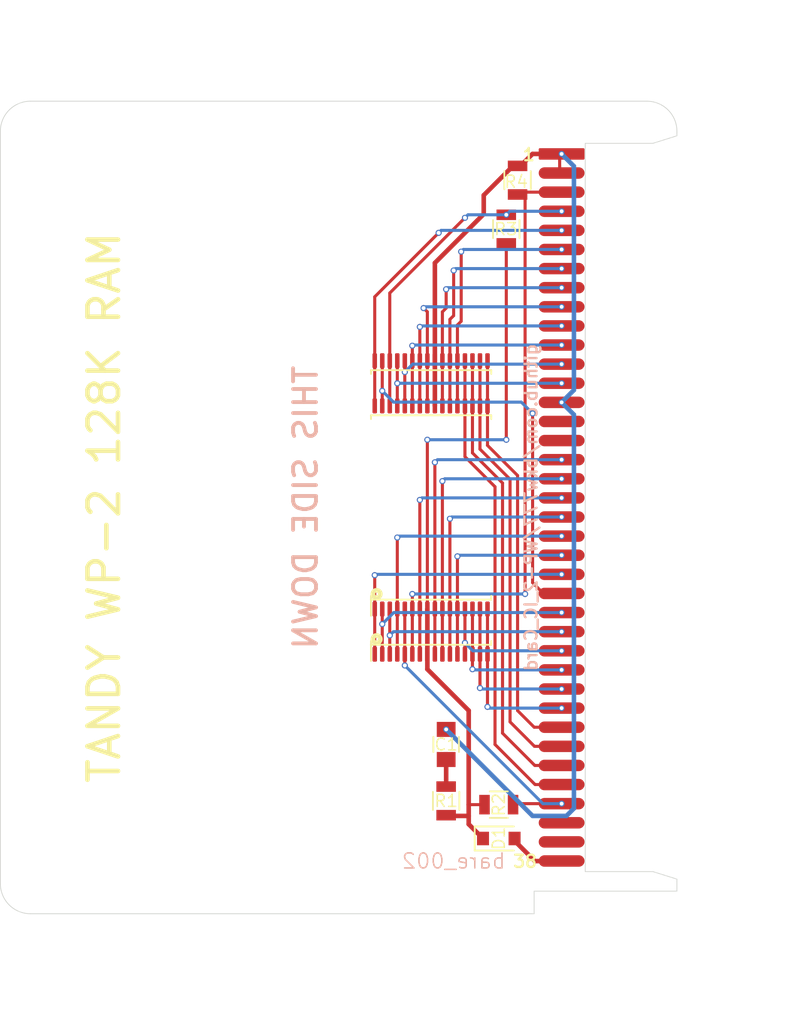
<source format=kicad_pcb>
(kicad_pcb (version 20171130) (host pcbnew 5.1.6-c6e7f7d~87~ubuntu20.04.1)

  (general
    (thickness 1.6)
    (drawings 38)
    (tracks 218)
    (zones 0)
    (modules 10)
    (nets 36)
  )

  (page USLetter)
  (title_block
    (title "WP-2 128K RAM IC-Card")
    (date 2020-09-26)
    (company "Brian K. White - b.kenyon.w@gmail.com")
  )

  (layers
    (0 F.Cu signal)
    (31 B.Cu signal)
    (33 F.Adhes user)
    (35 F.Paste user)
    (36 B.SilkS user)
    (37 F.SilkS user)
    (38 B.Mask user)
    (39 F.Mask user)
    (40 Dwgs.User user)
    (41 Cmts.User user hide)
    (42 Eco1.User user hide)
    (43 Eco2.User user hide)
    (44 Edge.Cuts user)
    (45 Margin user hide)
    (46 B.CrtYd user hide)
    (47 F.CrtYd user hide)
    (49 F.Fab user hide)
  )

  (setup
    (last_trace_width 0.2032)
    (user_trace_width 0.1524)
    (user_trace_width 0.1778)
    (user_trace_width 0.2032)
    (user_trace_width 0.3048)
    (user_trace_width 0.508)
    (trace_clearance 0.1524)
    (zone_clearance 0.508)
    (zone_45_only no)
    (trace_min 0.1524)
    (via_size 0.4064)
    (via_drill 0.254)
    (via_min_size 0.4064)
    (via_min_drill 0.254)
    (uvia_size 0.4064)
    (uvia_drill 0.254)
    (uvias_allowed no)
    (uvia_min_size 0.4064)
    (uvia_min_drill 0.254)
    (edge_width 0.05)
    (segment_width 0.2)
    (pcb_text_width 0.3)
    (pcb_text_size 1.5 1.5)
    (mod_edge_width 0.12)
    (mod_text_size 1 1)
    (mod_text_width 0.15)
    (pad_size 0.3 1)
    (pad_drill 0)
    (pad_to_mask_clearance 0)
    (aux_axis_origin 0 0)
    (grid_origin 158.75 99.695)
    (visible_elements FFFFFF7F)
    (pcbplotparams
      (layerselection 0x010f0_ffffffff)
      (usegerberextensions false)
      (usegerberattributes true)
      (usegerberadvancedattributes true)
      (creategerberjobfile true)
      (excludeedgelayer true)
      (linewidth 0.100000)
      (plotframeref false)
      (viasonmask false)
      (mode 1)
      (useauxorigin false)
      (hpglpennumber 1)
      (hpglpenspeed 20)
      (hpglpendiameter 15.000000)
      (psnegative false)
      (psa4output false)
      (plotreference true)
      (plotvalue true)
      (plotinvisibletext false)
      (padsonsilk false)
      (subtractmaskfromsilk false)
      (outputformat 1)
      (mirror false)
      (drillshape 0)
      (scaleselection 1)
      (outputdirectory "GERBER"))
  )

  (net 0 "")
  (net 1 GND)
  (net 2 /CE2)
  (net 3 /~CE1)
  (net 4 /~OE)
  (net 5 /D0)
  (net 6 /D1)
  (net 7 /D2)
  (net 8 /D3)
  (net 9 /D4)
  (net 10 /D5)
  (net 11 /D6)
  (net 12 /D7)
  (net 13 /A16)
  (net 14 /A15)
  (net 15 /A14)
  (net 16 /A13)
  (net 17 /A12)
  (net 18 /A11)
  (net 19 /A10)
  (net 20 /A9)
  (net 21 /A8)
  (net 22 /A7)
  (net 23 /A6)
  (net 24 /A5)
  (net 25 /A4)
  (net 26 /A3)
  (net 27 /A2)
  (net 28 /A1)
  (net 29 /A0)
  (net 30 /R~W)
  (net 31 VDD)
  (net 32 /~DET)
  (net 33 "Net-(C1-Pad1)")
  (net 34 VMEM)
  (net 35 /A17)

  (net_class Default "This is the default net class."
    (clearance 0.1524)
    (trace_width 0.254)
    (via_dia 0.4064)
    (via_drill 0.254)
    (uvia_dia 0.4064)
    (uvia_drill 0.254)
    (diff_pair_width 0.1524)
    (diff_pair_gap 0.2032)
    (add_net /A0)
    (add_net /A1)
    (add_net /A10)
    (add_net /A11)
    (add_net /A12)
    (add_net /A13)
    (add_net /A14)
    (add_net /A15)
    (add_net /A16)
    (add_net /A17)
    (add_net /A2)
    (add_net /A3)
    (add_net /A4)
    (add_net /A5)
    (add_net /A6)
    (add_net /A7)
    (add_net /A8)
    (add_net /A9)
    (add_net /BCHK)
    (add_net /CE2)
    (add_net /D0)
    (add_net /D1)
    (add_net /D2)
    (add_net /D3)
    (add_net /D4)
    (add_net /D5)
    (add_net /D6)
    (add_net /D7)
    (add_net /R~W)
    (add_net /~CE1)
    (add_net /~DET)
    (add_net /~OE)
    (add_net GND)
    (add_net "Net-(C1-Pad1)")
    (add_net "Net-(J1-Pad15)")
    (add_net "Net-(J1-Pad16)")
    (add_net "Net-(J1-Pad36)")
    (add_net VDD)
    (add_net VMEM)
  )

  (module Resistors_SMD:R_0805 (layer F.Cu) (tedit 58E0A804) (tstamp 5F752AD5)
    (at 154.25 77.945 270)
    (descr "Resistor SMD 0805, reflow soldering, Vishay (see dcrcw.pdf)")
    (tags "resistor 0805")
    (path /5F9FA366)
    (attr smd)
    (fp_text reference R4 (at 0.1 0.09) (layer F.SilkS)
      (effects (font (size 0.8 0.8) (thickness 0.1)))
    )
    (fp_text value 47K (at 0 1.75 90) (layer F.Fab)
      (effects (font (size 1 1) (thickness 0.15)))
    )
    (fp_line (start 1.55 0.9) (end -1.55 0.9) (layer F.CrtYd) (width 0.05))
    (fp_line (start 1.55 0.9) (end 1.55 -0.9) (layer F.CrtYd) (width 0.05))
    (fp_line (start -1.55 -0.9) (end -1.55 0.9) (layer F.CrtYd) (width 0.05))
    (fp_line (start -1.55 -0.9) (end 1.55 -0.9) (layer F.CrtYd) (width 0.05))
    (fp_line (start -0.6 -0.88) (end 0.6 -0.88) (layer F.SilkS) (width 0.12))
    (fp_line (start 0.6 0.88) (end -0.6 0.88) (layer F.SilkS) (width 0.12))
    (fp_line (start -1 -0.62) (end 1 -0.62) (layer F.Fab) (width 0.1))
    (fp_line (start 1 -0.62) (end 1 0.62) (layer F.Fab) (width 0.1))
    (fp_line (start 1 0.62) (end -1 0.62) (layer F.Fab) (width 0.1))
    (fp_line (start -1 0.62) (end -1 -0.62) (layer F.Fab) (width 0.1))
    (fp_text user %R (at 0 0 90) (layer F.Fab)
      (effects (font (size 0.5 0.5) (thickness 0.075)))
    )
    (pad 1 smd rect (at -0.95 0 270) (size 0.7 1.3) (layers F.Cu F.Paste F.Mask)
      (net 1 GND))
    (pad 2 smd rect (at 0.95 0 270) (size 0.7 1.3) (layers F.Cu F.Paste F.Mask)
      (net 2 /CE2))
    (model ${KISYS3DMOD}/Resistors_SMD.3dshapes/R_0805.wrl
      (at (xyz 0 0 0))
      (scale (xyz 1 1 1))
      (rotate (xyz 0 0 0))
    )
  )

  (module Resistors_SMD:R_0805 (layer F.Cu) (tedit 58E0A804) (tstamp 5F752AD2)
    (at 153.5 81.195 90)
    (descr "Resistor SMD 0805, reflow soldering, Vishay (see dcrcw.pdf)")
    (tags "resistor 0805")
    (path /5F9F1AE4)
    (attr smd)
    (fp_text reference R3 (at 0 -0.03) (layer F.SilkS)
      (effects (font (size 0.8 0.8) (thickness 0.1)))
    )
    (fp_text value 47K (at 0 1.75 90) (layer F.Fab)
      (effects (font (size 1 1) (thickness 0.15)))
    )
    (fp_line (start 1.55 0.9) (end -1.55 0.9) (layer F.CrtYd) (width 0.05))
    (fp_line (start 1.55 0.9) (end 1.55 -0.9) (layer F.CrtYd) (width 0.05))
    (fp_line (start -1.55 -0.9) (end -1.55 0.9) (layer F.CrtYd) (width 0.05))
    (fp_line (start -1.55 -0.9) (end 1.55 -0.9) (layer F.CrtYd) (width 0.05))
    (fp_line (start -0.6 -0.88) (end 0.6 -0.88) (layer F.SilkS) (width 0.12))
    (fp_line (start 0.6 0.88) (end -0.6 0.88) (layer F.SilkS) (width 0.12))
    (fp_line (start -1 -0.62) (end 1 -0.62) (layer F.Fab) (width 0.1))
    (fp_line (start 1 -0.62) (end 1 0.62) (layer F.Fab) (width 0.1))
    (fp_line (start 1 0.62) (end -1 0.62) (layer F.Fab) (width 0.1))
    (fp_line (start -1 0.62) (end -1 -0.62) (layer F.Fab) (width 0.1))
    (fp_text user %R (at 0 0 90) (layer F.Fab)
      (effects (font (size 0.5 0.5) (thickness 0.075)))
    )
    (pad 1 smd rect (at -0.95 0 90) (size 0.7 1.3) (layers F.Cu F.Paste F.Mask)
      (net 34 VMEM))
    (pad 2 smd rect (at 0.95 0 90) (size 0.7 1.3) (layers F.Cu F.Paste F.Mask)
      (net 3 /~CE1))
    (model ${KISYS3DMOD}/Resistors_SMD.3dshapes/R_0805.wrl
      (at (xyz 0 0 0))
      (scale (xyz 1 1 1))
      (rotate (xyz 0 0 0))
    )
  )

  (module Resistors_SMD:R_0805 (layer F.Cu) (tedit 58E0A804) (tstamp 5F752ACF)
    (at 153 119.445)
    (descr "Resistor SMD 0805, reflow soldering, Vishay (see dcrcw.pdf)")
    (tags "resistor 0805")
    (path /5F9DC07A)
    (attr smd)
    (fp_text reference R2 (at 0 0 90) (layer F.SilkS)
      (effects (font (size 0.8 0.8) (thickness 0.1)))
    )
    (fp_text value 47K (at 0 1.75) (layer F.Fab)
      (effects (font (size 1 1) (thickness 0.15)))
    )
    (fp_line (start 1.55 0.9) (end -1.55 0.9) (layer F.CrtYd) (width 0.05))
    (fp_line (start 1.55 0.9) (end 1.55 -0.9) (layer F.CrtYd) (width 0.05))
    (fp_line (start -1.55 -0.9) (end -1.55 0.9) (layer F.CrtYd) (width 0.05))
    (fp_line (start -1.55 -0.9) (end 1.55 -0.9) (layer F.CrtYd) (width 0.05))
    (fp_line (start -0.6 -0.88) (end 0.6 -0.88) (layer F.SilkS) (width 0.12))
    (fp_line (start 0.6 0.88) (end -0.6 0.88) (layer F.SilkS) (width 0.12))
    (fp_line (start -1 -0.62) (end 1 -0.62) (layer F.Fab) (width 0.1))
    (fp_line (start 1 -0.62) (end 1 0.62) (layer F.Fab) (width 0.1))
    (fp_line (start 1 0.62) (end -1 0.62) (layer F.Fab) (width 0.1))
    (fp_line (start -1 0.62) (end -1 -0.62) (layer F.Fab) (width 0.1))
    (fp_text user %R (at 0 0) (layer F.Fab)
      (effects (font (size 0.5 0.5) (thickness 0.075)))
    )
    (pad 1 smd rect (at -0.95 0) (size 0.7 1.3) (layers F.Cu F.Paste F.Mask)
      (net 34 VMEM))
    (pad 2 smd rect (at 0.95 0) (size 0.7 1.3) (layers F.Cu F.Paste F.Mask)
      (net 30 /R~W))
    (model ${KISYS3DMOD}/Resistors_SMD.3dshapes/R_0805.wrl
      (at (xyz 0 0 0))
      (scale (xyz 1 1 1))
      (rotate (xyz 0 0 0))
    )
  )

  (module Resistors_SMD:R_0805 (layer F.Cu) (tedit 58E0A804) (tstamp 5F752ACC)
    (at 149.5 119.195 90)
    (descr "Resistor SMD 0805, reflow soldering, Vishay (see dcrcw.pdf)")
    (tags "resistor 0805")
    (path /5F805237)
    (attr smd)
    (fp_text reference R1 (at 0 0) (layer F.SilkS)
      (effects (font (size 0.8 0.8) (thickness 0.1)))
    )
    (fp_text value 500 (at 0 1.75 90) (layer F.Fab)
      (effects (font (size 1 1) (thickness 0.15)))
    )
    (fp_line (start 1.55 0.9) (end -1.55 0.9) (layer F.CrtYd) (width 0.05))
    (fp_line (start 1.55 0.9) (end 1.55 -0.9) (layer F.CrtYd) (width 0.05))
    (fp_line (start -1.55 -0.9) (end -1.55 0.9) (layer F.CrtYd) (width 0.05))
    (fp_line (start -1.55 -0.9) (end 1.55 -0.9) (layer F.CrtYd) (width 0.05))
    (fp_line (start -0.6 -0.88) (end 0.6 -0.88) (layer F.SilkS) (width 0.12))
    (fp_line (start 0.6 0.88) (end -0.6 0.88) (layer F.SilkS) (width 0.12))
    (fp_line (start -1 -0.62) (end 1 -0.62) (layer F.Fab) (width 0.1))
    (fp_line (start 1 -0.62) (end 1 0.62) (layer F.Fab) (width 0.1))
    (fp_line (start 1 0.62) (end -1 0.62) (layer F.Fab) (width 0.1))
    (fp_line (start -1 0.62) (end -1 -0.62) (layer F.Fab) (width 0.1))
    (fp_text user %R (at 0 0 90) (layer F.Fab)
      (effects (font (size 0.5 0.5) (thickness 0.075)))
    )
    (pad 1 smd rect (at -0.95 0 90) (size 0.7 1.3) (layers F.Cu F.Paste F.Mask)
      (net 34 VMEM))
    (pad 2 smd rect (at 0.95 0 90) (size 0.7 1.3) (layers F.Cu F.Paste F.Mask)
      (net 33 "Net-(C1-Pad1)"))
    (model ${KISYS3DMOD}/Resistors_SMD.3dshapes/R_0805.wrl
      (at (xyz 0 0 0))
      (scale (xyz 1 1 1))
      (rotate (xyz 0 0 0))
    )
  )

  (module Diodes_SMD:D_0805 (layer F.Cu) (tedit 590CE9A4) (tstamp 5F752A59)
    (at 153 121.695)
    (descr "Diode SMD in 0805 package http://datasheets.avx.com/schottky.pdf")
    (tags "smd diode")
    (path /5F7F78F9)
    (attr smd)
    (fp_text reference D1 (at 0 0 90) (layer F.SilkS)
      (effects (font (size 0.8 0.8) (thickness 0.1)))
    )
    (fp_text value 1N4148 (at 0 1.7) (layer F.Fab)
      (effects (font (size 1 1) (thickness 0.15)))
    )
    (fp_line (start -1.6 -0.8) (end 1 -0.8) (layer F.SilkS) (width 0.12))
    (fp_line (start -1.6 0.8) (end 1 0.8) (layer F.SilkS) (width 0.12))
    (fp_line (start -1 -0.65) (end 1 -0.65) (layer F.Fab) (width 0.1))
    (fp_line (start 1 -0.65) (end 1 0.65) (layer F.Fab) (width 0.1))
    (fp_line (start 1 0.65) (end -1 0.65) (layer F.Fab) (width 0.1))
    (fp_line (start -1 0.65) (end -1 -0.65) (layer F.Fab) (width 0.1))
    (fp_line (start 0.2 -0.2) (end -0.1 0) (layer F.Fab) (width 0.1))
    (fp_line (start -0.1 0) (end 0.2 0.2) (layer F.Fab) (width 0.1))
    (fp_line (start 0.2 0.2) (end 0.2 -0.2) (layer F.Fab) (width 0.1))
    (fp_line (start -0.1 -0.2) (end -0.1 0.2) (layer F.Fab) (width 0.1))
    (fp_line (start -0.1 0) (end -0.3 0) (layer F.Fab) (width 0.1))
    (fp_line (start 0.2 0) (end 0.4 0) (layer F.Fab) (width 0.1))
    (fp_line (start -1.7 -0.88) (end 1.7 -0.88) (layer F.CrtYd) (width 0.05))
    (fp_line (start 1.7 -0.88) (end 1.7 0.88) (layer F.CrtYd) (width 0.05))
    (fp_line (start 1.7 0.88) (end -1.7 0.88) (layer F.CrtYd) (width 0.05))
    (fp_line (start -1.7 0.88) (end -1.7 -0.88) (layer F.CrtYd) (width 0.05))
    (fp_line (start -1.6 -0.8) (end -1.6 0.8) (layer F.SilkS) (width 0.12))
    (fp_text user %R (at 0 -1.6) (layer F.Fab)
      (effects (font (size 1 1) (thickness 0.15)))
    )
    (pad 1 smd rect (at -1.05 0) (size 0.8 0.9) (layers F.Cu F.Paste F.Mask)
      (net 34 VMEM))
    (pad 2 smd rect (at 1.05 0) (size 0.8 0.9) (layers F.Cu F.Paste F.Mask)
      (net 31 VDD))
    (model ${KISYS3DMOD}/Diodes_SMD.3dshapes/D_0805.wrl
      (at (xyz 0 0 0))
      (scale (xyz 1 1 1))
      (rotate (xyz 0 0 0))
    )
  )

  (module Capacitors_SMD:C_0805 (layer F.Cu) (tedit 58AA8463) (tstamp 5F752A56)
    (at 149.5 115.445 90)
    (descr "Capacitor SMD 0805, reflow soldering, AVX (see smccp.pdf)")
    (tags "capacitor 0805")
    (path /5F7F0020)
    (attr smd)
    (fp_text reference C1 (at 0 0) (layer F.SilkS)
      (effects (font (size 0.8 0.8) (thickness 0.1)))
    )
    (fp_text value 470+uf (at 0 1.75 90) (layer F.Fab)
      (effects (font (size 1 1) (thickness 0.15)))
    )
    (fp_line (start 1.75 0.87) (end -1.75 0.87) (layer F.CrtYd) (width 0.05))
    (fp_line (start 1.75 0.87) (end 1.75 -0.88) (layer F.CrtYd) (width 0.05))
    (fp_line (start -1.75 -0.88) (end -1.75 0.87) (layer F.CrtYd) (width 0.05))
    (fp_line (start -1.75 -0.88) (end 1.75 -0.88) (layer F.CrtYd) (width 0.05))
    (fp_line (start -0.5 0.85) (end 0.5 0.85) (layer F.SilkS) (width 0.12))
    (fp_line (start 0.5 -0.85) (end -0.5 -0.85) (layer F.SilkS) (width 0.12))
    (fp_line (start -1 -0.62) (end 1 -0.62) (layer F.Fab) (width 0.1))
    (fp_line (start 1 -0.62) (end 1 0.62) (layer F.Fab) (width 0.1))
    (fp_line (start 1 0.62) (end -1 0.62) (layer F.Fab) (width 0.1))
    (fp_line (start -1 0.62) (end -1 -0.62) (layer F.Fab) (width 0.1))
    (fp_text user %R (at 0 -1.5 90) (layer F.Fab)
      (effects (font (size 1 1) (thickness 0.15)))
    )
    (pad 1 smd rect (at -1 0 90) (size 1 1.25) (layers F.Cu F.Paste F.Mask)
      (net 33 "Net-(C1-Pad1)"))
    (pad 2 smd rect (at 1 0 90) (size 1 1.25) (layers F.Cu F.Paste F.Mask)
      (net 1 GND))
    (model Capacitors_SMD.3dshapes/C_0805.wrl
      (at (xyz 0 0 0))
      (scale (xyz 1 1 1))
      (rotate (xyz 0 0 0))
    )
  )

  (module 0_LOCAL:PinSocket_1x38x1.27_edge_s (layer F.Cu) (tedit 5F74B131) (tstamp 5F74043C)
    (at 158.75 99.695)
    (descr "Through hole straight socket strip, 1x38, 1.27mm pitch, single row")
    (tags "Through hole socket strip THT 1x38 1.27mm single row")
    (path /5F6EF0A3)
    (attr smd)
    (fp_text reference J1 (at -2.8956 4.4196 -90) (layer F.SilkS) hide
      (effects (font (size 1 1) (thickness 0.15)))
    )
    (fp_text value Conn_01x38_Female (at -2.921 23.114 -90) (layer F.Fab)
      (effects (font (size 1 1) (thickness 0.15)))
    )
    (fp_line (start 0 -24.13) (end -3.221 -24.13) (layer F.CrtYd) (width 0.05))
    (fp_line (start 0 24.13) (end 0 -24.13) (layer F.CrtYd) (width 0.05))
    (fp_line (start -3.221 24.13) (end 0 24.13) (layer F.CrtYd) (width 0.05))
    (fp_line (start -3.221 -24.13) (end -3.221 24.13) (layer F.CrtYd) (width 0.05))
    (fp_line (start 3.302 -24.13) (end 0 -24.13) (layer F.Fab) (width 0.1))
    (fp_line (start 0 24.13) (end 0 -24.13) (layer F.Fab) (width 0.1))
    (fp_line (start 0 24.13) (end 3.302 24.13) (layer F.Fab) (width 0.1))
    (fp_line (start 3.302 -24.13) (end 3.302 24.13) (layer F.Fab) (width 0.1))
    (fp_text user %R (at 0 -1.695) (layer F.Fab)
      (effects (font (size 1 1) (thickness 0.15)))
    )
    (pad 1 smd roundrect (at -1.57 -23.495) (size 3.048 0.762) (layers F.Cu F.Paste F.Mask) (roundrect_rratio 0.1)
      (net 1 GND))
    (pad 2 smd oval (at -1.57 -22.225) (size 3.048 0.762) (layers F.Cu F.Paste F.Mask)
      (net 32 /~DET))
    (pad 3 smd oval (at -1.57 -20.955) (size 3.048 0.762) (layers F.Cu F.Paste F.Mask)
      (net 2 /CE2))
    (pad 4 smd oval (at -1.57 -19.685) (size 3.048 0.762) (layers F.Cu F.Paste F.Mask)
      (net 3 /~CE1))
    (pad 5 smd oval (at -1.57 -18.415) (size 3.048 0.762) (layers F.Cu F.Paste F.Mask)
      (net 4 /~OE))
    (pad 6 smd oval (at -1.57 -17.145) (size 3.048 0.762) (layers F.Cu F.Paste F.Mask)
      (net 5 /D0))
    (pad 7 smd oval (at -1.57 -15.875) (size 3.048 0.762) (layers F.Cu F.Paste F.Mask)
      (net 6 /D1))
    (pad 8 smd oval (at -1.57 -14.605) (size 3.048 0.762) (layers F.Cu F.Paste F.Mask)
      (net 7 /D2))
    (pad 9 smd oval (at -1.57 -13.335) (size 3.048 0.762) (layers F.Cu F.Paste F.Mask)
      (net 8 /D3))
    (pad 10 smd oval (at -1.57 -12.065) (size 3.048 0.762) (layers F.Cu F.Paste F.Mask)
      (net 9 /D4))
    (pad 11 smd oval (at -1.57 -10.795) (size 3.048 0.762) (layers F.Cu F.Paste F.Mask)
      (net 10 /D5))
    (pad 12 smd oval (at -1.57 -9.525) (size 3.048 0.762) (layers F.Cu F.Paste F.Mask)
      (net 11 /D6))
    (pad 13 smd oval (at -1.57 -8.255) (size 3.048 0.762) (layers F.Cu F.Paste F.Mask)
      (net 12 /D7))
    (pad 14 smd oval (at -1.57 -6.985) (size 3.048 0.762) (layers F.Cu F.Paste F.Mask)
      (net 1 GND))
    (pad 15 smd oval (at -1.57 -5.715) (size 3.048 0.762) (layers F.Cu F.Paste F.Mask))
    (pad 16 smd oval (at -1.57 -4.445) (size 3.048 0.762) (layers F.Cu F.Paste F.Mask))
    (pad 17 smd oval (at -1.57 -3.175) (size 3.048 0.762) (layers F.Cu F.Paste F.Mask)
      (net 35 /A17))
    (pad 18 smd oval (at -1.57 -1.905) (size 3.048 0.762) (layers F.Cu F.Paste F.Mask)
      (net 13 /A16))
    (pad 19 smd oval (at -1.57 -0.635) (size 3.048 0.762) (layers F.Cu F.Paste F.Mask)
      (net 14 /A15))
    (pad 20 smd oval (at -1.57 0.635) (size 3.048 0.762) (layers F.Cu F.Paste F.Mask)
      (net 15 /A14))
    (pad 21 smd oval (at -1.57 1.905) (size 3.048 0.762) (layers F.Cu F.Paste F.Mask)
      (net 16 /A13))
    (pad 22 smd oval (at -1.57 3.175) (size 3.048 0.762) (layers F.Cu F.Paste F.Mask)
      (net 17 /A12))
    (pad 23 smd oval (at -1.57 4.445) (size 3.048 0.762) (layers F.Cu F.Paste F.Mask)
      (net 18 /A11))
    (pad 24 smd oval (at -1.57 5.715) (size 3.048 0.762) (layers F.Cu F.Paste F.Mask)
      (net 19 /A10))
    (pad 25 smd oval (at -1.57 6.985) (size 3.048 0.762) (layers F.Cu F.Paste F.Mask)
      (net 20 /A9))
    (pad 26 smd oval (at -1.57 8.255) (size 3.048 0.762) (layers F.Cu F.Paste F.Mask)
      (net 21 /A8))
    (pad 27 smd oval (at -1.57 9.525) (size 3.048 0.762) (layers F.Cu F.Paste F.Mask)
      (net 22 /A7))
    (pad 28 smd oval (at -1.57 10.795) (size 3.048 0.762) (layers F.Cu F.Paste F.Mask)
      (net 23 /A6))
    (pad 29 smd oval (at -1.57 12.065) (size 3.048 0.762) (layers F.Cu F.Paste F.Mask)
      (net 24 /A5))
    (pad 30 smd oval (at -1.57 13.335) (size 3.048 0.762) (layers F.Cu F.Paste F.Mask)
      (net 25 /A4))
    (pad 31 smd oval (at -1.57 14.605) (size 3.048 0.762) (layers F.Cu F.Paste F.Mask)
      (net 26 /A3))
    (pad 32 smd oval (at -1.57 15.875) (size 3.048 0.762) (layers F.Cu F.Paste F.Mask)
      (net 27 /A2))
    (pad 33 smd oval (at -1.57 17.145) (size 3.048 0.762) (layers F.Cu F.Paste F.Mask)
      (net 28 /A1))
    (pad 34 smd oval (at -1.57 18.415) (size 3.048 0.762) (layers F.Cu F.Paste F.Mask)
      (net 29 /A0))
    (pad 35 smd oval (at -1.57 19.685) (size 3.048 0.762) (layers F.Cu F.Paste F.Mask)
      (net 30 /R~W))
    (pad 36 smd oval (at -1.57 20.955) (size 3.048 0.762) (layers F.Cu F.Paste F.Mask))
    (pad 37 smd oval (at -1.57 22.225) (size 3.048 0.762) (layers F.Cu F.Paste F.Mask))
    (pad 38 smd oval (at -1.57 23.495) (size 3.048 0.762) (layers F.Cu F.Paste F.Mask)
      (net 31 VDD))
    (model ${KIPRJMOD}/3d/PinSocket_1x38_P1.27mm_Vertical.step
      (offset (xyz 0 23.495 0.1))
      (scale (xyz 1 1 1))
      (rotate (xyz 0 -90 0))
    )
  )

  (module 0_LOCAL:Net_Tie_2p_8mil (layer F.Cu) (tedit 5F70D483) (tstamp 5F712C2A)
    (at 157.05 76.835 270)
    (path /5F8923B3)
    (fp_text reference NT1 (at 0 1.016 90) (layer F.SilkS) hide
      (effects (font (size 0.508 0.508) (thickness 0.1016)))
    )
    (fp_text value Net-Tie_2 (at 0 -2 90) (layer F.Fab) hide
      (effects (font (size 1 1) (thickness 0.01)))
    )
    (fp_line (start -0.2032 0) (end 0.2032 0) (layer F.Cu) (width 0.2032))
    (pad 2 smd circle (at 0.2032 0 270) (size 0.2032 0.2032) (layers F.Cu)
      (net 32 /~DET))
    (pad 1 smd circle (at -0.2032 0 270) (size 0.2032 0.2032) (layers F.Cu)
      (net 1 GND))
  )

  (module 0_LOCAL:TSOP32-20mm (layer F.Cu) (tedit 5F70AFE8) (tstamp 5F755D97)
    (at 148.5 99.695)
    (descr "Module CMS TSOP 32 pins")
    (tags "CMS TSOP")
    (path /5F718069)
    (attr smd)
    (fp_text reference U1 (at 0.009 8.382 180) (layer F.SilkS) hide
      (effects (font (size 1 1) (thickness 0.15)))
    )
    (fp_text value "SRAM 128Kx8 5v Parallel" (at 0 5) (layer F.Fab)
      (effects (font (size 1 1) (thickness 0.15)))
    )
    (fp_line (start 4 -9.125) (end 4 -8.875) (layer F.SilkS) (width 0.12))
    (fp_line (start -4 -9.125) (end -4 -8.875) (layer F.SilkS) (width 0.12))
    (fp_line (start 4 9.125) (end 4 8.875) (layer F.SilkS) (width 0.12))
    (fp_line (start -4 10.2) (end -4 8.875) (layer F.SilkS) (width 0.12))
    (fp_line (start 4 -9.125) (end -4 -9.125) (layer F.SilkS) (width 0.12))
    (fp_line (start -4 9.125) (end 4 9.125) (layer F.SilkS) (width 0.12))
    (fp_circle (center -3.625 8.75) (end -3.525 8.75) (layer F.SilkS) (width 0.3))
    (fp_text user %R (at 0 0) (layer F.Fab)
      (effects (font (size 1 1) (thickness 0.15)))
    )
    (pad 1 smd roundrect (at -3.75 9.75) (size 0.3 1) (layers F.Cu F.Paste F.Mask) (roundrect_rratio 0.25)
      (net 18 /A11))
    (pad 2 smd roundrect (at -3.25 9.75) (size 0.3 1) (layers F.Cu F.Paste F.Mask) (roundrect_rratio 0.25)
      (net 20 /A9))
    (pad 3 smd roundrect (at -2.75 9.75) (size 0.3 1) (layers F.Cu F.Paste F.Mask) (roundrect_rratio 0.25)
      (net 21 /A8))
    (pad 4 smd roundrect (at -2.25 9.75) (size 0.3 1) (layers F.Cu F.Paste F.Mask) (roundrect_rratio 0.25)
      (net 16 /A13))
    (pad 5 smd roundrect (at -1.75 9.75) (size 0.3 1) (layers F.Cu F.Paste F.Mask) (roundrect_rratio 0.25)
      (net 30 /R~W))
    (pad 6 smd roundrect (at -1.25 9.75) (size 0.3 1) (layers F.Cu F.Paste F.Mask) (roundrect_rratio 0.25)
      (net 2 /CE2))
    (pad 7 smd roundrect (at -0.75 9.75) (size 0.3 1) (layers F.Cu F.Paste F.Mask) (roundrect_rratio 0.25)
      (net 14 /A15))
    (pad 8 smd roundrect (at -0.25 9.75) (size 0.3 1) (layers F.Cu F.Paste F.Mask) (roundrect_rratio 0.25)
      (net 34 VMEM))
    (pad 9 smd roundrect (at 0.25 9.75) (size 0.3 1) (layers F.Cu F.Paste F.Mask) (roundrect_rratio 0.25)
      (net 35 /A17))
    (pad 10 smd roundrect (at 0.75 9.75) (size 0.3 1) (layers F.Cu F.Paste F.Mask) (roundrect_rratio 0.25)
      (net 13 /A16))
    (pad 11 smd roundrect (at 1.25 9.75) (size 0.3 1) (layers F.Cu F.Paste F.Mask) (roundrect_rratio 0.25)
      (net 15 /A14))
    (pad 12 smd roundrect (at 1.75 9.75) (size 0.3 1) (layers F.Cu F.Paste F.Mask) (roundrect_rratio 0.25)
      (net 17 /A12))
    (pad 13 smd roundrect (at 2.25 9.75) (size 0.3 1) (layers F.Cu F.Paste F.Mask) (roundrect_rratio 0.25)
      (net 22 /A7))
    (pad 14 smd roundrect (at 2.75 9.75) (size 0.3 1) (layers F.Cu F.Paste F.Mask) (roundrect_rratio 0.25)
      (net 23 /A6))
    (pad 15 smd roundrect (at 3.25 9.75) (size 0.3 1) (layers F.Cu F.Paste F.Mask) (roundrect_rratio 0.25)
      (net 24 /A5))
    (pad 16 smd roundrect (at 3.75 9.75) (size 0.3 1) (layers F.Cu F.Paste F.Mask) (roundrect_rratio 0.25)
      (net 25 /A4))
    (pad 17 smd roundrect (at 3.75 -9.75) (size 0.3 1) (layers F.Cu F.Paste F.Mask) (roundrect_rratio 0.25)
      (net 26 /A3))
    (pad 18 smd roundrect (at 3.25 -9.75) (size 0.3 1) (layers F.Cu F.Paste F.Mask) (roundrect_rratio 0.25)
      (net 27 /A2))
    (pad 19 smd roundrect (at 2.75 -9.75) (size 0.3 1) (layers F.Cu F.Paste F.Mask) (roundrect_rratio 0.25)
      (net 28 /A1))
    (pad 20 smd roundrect (at 2.25 -9.75) (size 0.3 1) (layers F.Cu F.Paste F.Mask) (roundrect_rratio 0.25)
      (net 29 /A0))
    (pad 21 smd roundrect (at 1.75 -9.75) (size 0.3 1) (layers F.Cu F.Paste F.Mask) (roundrect_rratio 0.25)
      (net 5 /D0))
    (pad 22 smd roundrect (at 1.25 -9.75) (size 0.3 1) (layers F.Cu F.Paste F.Mask) (roundrect_rratio 0.25)
      (net 6 /D1))
    (pad 23 smd roundrect (at 0.75 -9.75) (size 0.3 1) (layers F.Cu F.Paste F.Mask) (roundrect_rratio 0.25)
      (net 7 /D2))
    (pad 24 smd roundrect (at 0.25 -9.75) (size 0.3 1) (layers F.Cu F.Paste F.Mask) (roundrect_rratio 0.25)
      (net 1 GND))
    (pad 25 smd roundrect (at -0.25 -9.75) (size 0.3 1) (layers F.Cu F.Paste F.Mask) (roundrect_rratio 0.25)
      (net 8 /D3))
    (pad 26 smd roundrect (at -0.75 -9.75) (size 0.3 1) (layers F.Cu F.Paste F.Mask) (roundrect_rratio 0.25)
      (net 9 /D4))
    (pad 27 smd roundrect (at -1.25 -9.75) (size 0.3 1) (layers F.Cu F.Paste F.Mask) (roundrect_rratio 0.25)
      (net 10 /D5))
    (pad 28 smd roundrect (at -1.75 -9.75) (size 0.3 1) (layers F.Cu F.Paste F.Mask) (roundrect_rratio 0.25)
      (net 11 /D6))
    (pad 29 smd roundrect (at -2.25 -9.75) (size 0.3 1) (layers F.Cu F.Paste F.Mask) (roundrect_rratio 0.25)
      (net 12 /D7))
    (pad 30 smd roundrect (at -2.75 -9.75) (size 0.3 1) (layers F.Cu F.Paste F.Mask) (roundrect_rratio 0.25)
      (net 3 /~CE1))
    (pad 31 smd roundrect (at -3.25 -9.75) (size 0.3 1) (layers F.Cu F.Paste F.Mask) (roundrect_rratio 0.25)
      (net 19 /A10))
    (pad 32 smd roundrect (at -3.75 -9.75) (size 0.3 1) (layers F.Cu F.Paste F.Mask) (roundrect_rratio 0.25)
      (net 4 /~OE))
    (model ${KIPRJMOD}/3d/TSOP32_8X20.step
      (at (xyz 0 0 0))
      (scale (xyz 1 1 1))
      (rotate (xyz 0 0 -90))
    )
  )

  (module 0_LOCAL:TSOP32-14mm (layer F.Cu) (tedit 5F70AFD9) (tstamp 5F712C60)
    (at 148.5 99.695)
    (descr "Module CMS TSOP 32 pins")
    (tags "CMS TSOP")
    (path /5F906116)
    (attr virtual)
    (fp_text reference U2 (at 0 5.334 180) (layer F.SilkS) hide
      (effects (font (size 1 1) (thickness 0.15)))
    )
    (fp_text value "SRAM 128Kx8 5v Parallel" (at 1.27 0 90) (layer F.Fab)
      (effects (font (size 1 1) (thickness 0.15)))
    )
    (fp_line (start 4 -6.125) (end 4 -5.875) (layer F.SilkS) (width 0.12))
    (fp_line (start -4 -6.125) (end -4 -5.875) (layer F.SilkS) (width 0.12))
    (fp_line (start 4 6.125) (end 4 5.875) (layer F.SilkS) (width 0.12))
    (fp_line (start -4 7.2) (end -4 5.875) (layer F.SilkS) (width 0.12))
    (fp_line (start 4 -6.125) (end -4 -6.125) (layer F.SilkS) (width 0.12))
    (fp_line (start -4 6.125) (end 4 6.125) (layer F.SilkS) (width 0.12))
    (fp_circle (center -3.625 5.75) (end -3.525 5.75) (layer F.SilkS) (width 0.3))
    (pad 1 smd roundrect (at -3.75 6.75) (size 0.3 1) (layers F.Cu F.Paste F.Mask) (roundrect_rratio 0.25)
      (net 18 /A11))
    (pad 2 smd roundrect (at -3.25 6.75) (size 0.3 1) (layers F.Cu F.Paste F.Mask) (roundrect_rratio 0.25)
      (net 20 /A9))
    (pad 3 smd roundrect (at -2.75 6.75) (size 0.3 1) (layers F.Cu F.Paste F.Mask) (roundrect_rratio 0.25)
      (net 21 /A8))
    (pad 4 smd roundrect (at -2.25 6.75) (size 0.3 1) (layers F.Cu F.Paste F.Mask) (roundrect_rratio 0.25)
      (net 16 /A13))
    (pad 5 smd roundrect (at -1.75 6.75) (size 0.3 1) (layers F.Cu F.Paste F.Mask) (roundrect_rratio 0.25)
      (net 30 /R~W))
    (pad 6 smd roundrect (at -1.25 6.75) (size 0.3 1) (layers F.Cu F.Paste F.Mask) (roundrect_rratio 0.25)
      (net 2 /CE2))
    (pad 7 smd roundrect (at -0.75 6.75) (size 0.3 1) (layers F.Cu F.Paste F.Mask) (roundrect_rratio 0.25)
      (net 14 /A15))
    (pad 8 smd roundrect (at -0.25 6.75) (size 0.3 1) (layers F.Cu F.Paste F.Mask) (roundrect_rratio 0.25)
      (net 34 VMEM))
    (pad 9 smd roundrect (at 0.25 6.75) (size 0.3 1) (layers F.Cu F.Paste F.Mask) (roundrect_rratio 0.25)
      (net 35 /A17))
    (pad 10 smd roundrect (at 0.75 6.75) (size 0.3 1) (layers F.Cu F.Paste F.Mask) (roundrect_rratio 0.25)
      (net 13 /A16))
    (pad 11 smd roundrect (at 1.25 6.75) (size 0.3 1) (layers F.Cu F.Paste F.Mask) (roundrect_rratio 0.25)
      (net 15 /A14))
    (pad 12 smd roundrect (at 1.75 6.75) (size 0.3 1) (layers F.Cu F.Paste F.Mask) (roundrect_rratio 0.25)
      (net 17 /A12))
    (pad 13 smd roundrect (at 2.25 6.75) (size 0.3 1) (layers F.Cu F.Paste F.Mask) (roundrect_rratio 0.25)
      (net 22 /A7))
    (pad 14 smd roundrect (at 2.75 6.75) (size 0.3 1) (layers F.Cu F.Paste F.Mask) (roundrect_rratio 0.25)
      (net 23 /A6))
    (pad 15 smd roundrect (at 3.25 6.75) (size 0.3 1) (layers F.Cu F.Paste F.Mask) (roundrect_rratio 0.25)
      (net 24 /A5))
    (pad 16 smd roundrect (at 3.75 6.75) (size 0.3 1) (layers F.Cu F.Paste F.Mask) (roundrect_rratio 0.25)
      (net 25 /A4))
    (pad 17 smd roundrect (at 3.75 -6.75) (size 0.3 1) (layers F.Cu F.Paste F.Mask) (roundrect_rratio 0.25)
      (net 26 /A3))
    (pad 18 smd roundrect (at 3.25 -6.75) (size 0.3 1) (layers F.Cu F.Paste F.Mask) (roundrect_rratio 0.25)
      (net 27 /A2))
    (pad 19 smd roundrect (at 2.75 -6.75) (size 0.3 1) (layers F.Cu F.Paste F.Mask) (roundrect_rratio 0.25)
      (net 28 /A1))
    (pad 20 smd roundrect (at 2.25 -6.75) (size 0.3 1) (layers F.Cu F.Paste F.Mask) (roundrect_rratio 0.25)
      (net 29 /A0))
    (pad 21 smd roundrect (at 1.75 -6.75) (size 0.3 1) (layers F.Cu F.Paste F.Mask) (roundrect_rratio 0.25)
      (net 5 /D0))
    (pad 22 smd roundrect (at 1.25 -6.75) (size 0.3 1) (layers F.Cu F.Paste F.Mask) (roundrect_rratio 0.25)
      (net 6 /D1))
    (pad 23 smd roundrect (at 0.75 -6.75) (size 0.3 1) (layers F.Cu F.Paste F.Mask) (roundrect_rratio 0.25)
      (net 7 /D2))
    (pad 24 smd roundrect (at 0.25 -6.75) (size 0.3 1) (layers F.Cu F.Paste F.Mask) (roundrect_rratio 0.25)
      (net 1 GND))
    (pad 25 smd roundrect (at -0.25 -6.75) (size 0.3 1) (layers F.Cu F.Paste F.Mask) (roundrect_rratio 0.25)
      (net 8 /D3))
    (pad 26 smd roundrect (at -0.75 -6.75) (size 0.3 1) (layers F.Cu F.Paste F.Mask) (roundrect_rratio 0.25)
      (net 9 /D4))
    (pad 27 smd roundrect (at -1.25 -6.75) (size 0.3 1) (layers F.Cu F.Paste F.Mask) (roundrect_rratio 0.25)
      (net 10 /D5))
    (pad 28 smd roundrect (at -1.75 -6.75) (size 0.3 1) (layers F.Cu F.Paste F.Mask) (roundrect_rratio 0.25)
      (net 11 /D6))
    (pad 29 smd roundrect (at -2.25 -6.75) (size 0.3 1) (layers F.Cu F.Paste F.Mask) (roundrect_rratio 0.25)
      (net 12 /D7))
    (pad 30 smd roundrect (at -2.75 -6.75) (size 0.3 1) (layers F.Cu F.Paste F.Mask) (roundrect_rratio 0.25)
      (net 3 /~CE1))
    (pad 31 smd roundrect (at -3.25 -6.75) (size 0.3 1) (layers F.Cu F.Paste F.Mask) (roundrect_rratio 0.25)
      (net 19 /A10))
    (pad 32 smd roundrect (at -3.75 -6.75) (size 0.3 1) (layers F.Cu F.Paste F.Mask) (roundrect_rratio 0.25)
      (net 4 /~OE))
    (model ${KIPRJMOD}/3d/TSOP32_8x14.step
      (at (xyz 0 0 0))
      (scale (xyz 1 1 1))
      (rotate (xyz 0 0 -90))
    )
  )

  (gr_text bare_002 (at 150 123.195) (layer B.SilkS)
    (effects (font (size 1 1) (thickness 0.1)) (justify mirror))
  )
  (gr_line (start 155.75 125.395) (end 164.95 125.395) (layer Dwgs.User) (width 0.05))
  (gr_line (start 155.75 126.795) (end 155.75 125.395) (layer Dwgs.User) (width 0.05))
  (gr_line (start 155.75 126.795) (end 133.5 126.795) (layer Dwgs.User) (width 0.05))
  (gr_line (start 164.95 72.595) (end 164.95 125.395) (layer Dwgs.User) (width 0.05))
  (gr_line (start 133.5 72.595) (end 164.95 72.595) (layer Dwgs.User) (width 0.05))
  (gr_line (start 164.85 74.795) (end 164.85 74.995) (layer Edge.Cuts) (width 0.05) (tstamp 5F74BD75))
  (gr_line (start 164.85 125.195) (end 164.85 124.395) (layer Edge.Cuts) (width 0.05) (tstamp 5F742389))
  (gr_line (start 155.35 125.195) (end 164.85 125.195) (layer Edge.Cuts) (width 0.05))
  (gr_line (start 155.35 126.695) (end 155.35 125.195) (layer Edge.Cuts) (width 0.05))
  (gr_line (start 163.25 123.895) (end 158.75 123.895) (layer Edge.Cuts) (width 0.05) (tstamp 5F742207))
  (gr_line (start 163.25 75.495) (end 158.75 75.495) (layer Edge.Cuts) (width 0.05) (tstamp 5F742124))
  (gr_arc (start 121.85 124.695) (end 119.85 124.695) (angle -90) (layer Edge.Cuts) (width 0.05))
  (gr_arc (start 121.85 74.695) (end 121.85 72.695) (angle -90) (layer Edge.Cuts) (width 0.05))
  (gr_line (start 164.85 74.795) (end 164.85 74.695) (layer Edge.Cuts) (width 0.05) (tstamp 5F73C0E2))
  (gr_line (start 163.25 75.495) (end 164.85 74.995) (layer Edge.Cuts) (width 0.05))
  (gr_arc (start 162.85 74.695) (end 164.85 74.695) (angle -90) (layer Edge.Cuts) (width 0.05))
  (gr_line (start 163.25 123.895) (end 164.85 124.395) (layer Edge.Cuts) (width 0.05))
  (gr_line (start 158.75 75.565) (end 158.75 123.825) (layer Dwgs.User) (width 0.15) (tstamp 5F73AAD6))
  (gr_line (start 163.15 75.565) (end 158.75 75.565) (layer Dwgs.User) (width 0.15))
  (gr_line (start 158.75 123.895) (end 158.75 75.495) (layer Edge.Cuts) (width 0.05) (tstamp 5F73AA2C))
  (gr_text "THIS SIDE DOWN" (at 140.15 99.695 -270) (layer B.SilkS) (tstamp 5F712A06)
    (effects (font (size 1.524 1.524) (thickness 0.254)) (justify mirror))
  )
  (gr_line (start 165.8232 76.2) (end 166.0772 75.946) (layer Dwgs.User) (width 0.15) (tstamp 5F7131A0))
  (gr_line (start 165.8232 76.2) (end 166.0772 76.454) (layer Dwgs.User) (width 0.15) (tstamp 5F71319F))
  (gr_line (start 165.8232 76.2) (end 167.7536 76.2) (layer Dwgs.User) (width 0.15) (tstamp 5F71319E))
  (gr_line (start 163.15 123.825) (end 163.15 75.565) (layer Dwgs.User) (width 0.15))
  (gr_line (start 158.75 123.825) (end 163.15 123.825) (layer Dwgs.User) (width 0.15) (tstamp 5F74BD0E))
  (gr_text "Pins 6.0mm" (at 170.6492 76.2) (layer Dwgs.User)
    (effects (font (size 0.6 0.6) (thickness 0.06)))
  )
  (gr_line (start 164.75 76.195) (end 159.05 76.195) (layer Dwgs.User) (width 0.4))
  (gr_text WP-2 (at 135.11 99 90) (layer Dwgs.User)
    (effects (font (size 1 1) (thickness 0.15)))
  )
  (gr_line (start 133.5 65.995) (end 133.5 133.995) (layer Dwgs.User) (width 0.05))
  (gr_text 38 (at 154.75 123.2154) (layer F.SilkS) (tstamp 5F712A00)
    (effects (font (size 0.8128 0.8128) (thickness 0.1524)))
  )
  (gr_text 1 (at 154.9948 76.2508) (layer F.SilkS) (tstamp 5F7129FD)
    (effects (font (size 0.8128 0.8128) (thickness 0.1524)))
  )
  (gr_text github.com/bkw777/WP-2_IC_Card (at 155.145 99.695 -270) (layer B.SilkS) (tstamp 5F7129FA)
    (effects (font (size 0.8128 0.8128) (thickness 0.1524)) (justify mirror))
  )
  (gr_text "TANDY WP-2 128K RAM" (at 126.75 99.695 -270) (layer F.SilkS) (tstamp 5F7129F7)
    (effects (font (size 2.032 2.032) (thickness 0.3048)))
  )
  (gr_line (start 121.85 126.695) (end 155.35 126.695) (layer Edge.Cuts) (width 0.05) (tstamp 5F6F08D5))
  (gr_line (start 119.85 74.695) (end 119.85 124.695) (layer Edge.Cuts) (width 0.05) (tstamp 5F713C75))
  (gr_line (start 162.85 72.695) (end 121.85 72.695) (layer Edge.Cuts) (width 0.05) (tstamp 5F7129EE))

  (segment (start 148.75 96.695) (end 148.75 109.445) (width 0.2032) (layer F.Cu) (net 35))
  (via (at 148.75 96.695) (size 0.4064) (drill 0.254) (layers F.Cu B.Cu) (net 35))
  (segment (start 148.925 96.52) (end 148.75 96.695) (width 0.2032) (layer B.Cu) (net 35))
  (segment (start 157.18 96.52) (end 148.925 96.52) (width 0.2032) (layer B.Cu) (net 35))
  (via (at 157.18 96.52) (size 0.4064) (drill 0.254) (layers F.Cu B.Cu) (net 35))
  (segment (start 157.05 76.33) (end 157.18 76.2) (width 0.2032) (layer F.Cu) (net 1))
  (segment (start 157.05 76.6318) (end 157.05 76.33) (width 0.2032) (layer F.Cu) (net 1))
  (segment (start 148.75 83.445) (end 148.75 92.945) (width 0.3048) (layer F.Cu) (net 1))
  (segment (start 152 80.195) (end 148.75 83.445) (width 0.3048) (layer F.Cu) (net 1))
  (segment (start 152 78.945) (end 152 80.195) (width 0.3048) (layer F.Cu) (net 1))
  (segment (start 153.95 76.995) (end 152 78.945) (width 0.3048) (layer F.Cu) (net 1))
  (segment (start 154.25 76.995) (end 153.95 76.995) (width 0.3048) (layer F.Cu) (net 1))
  (via (at 157.18 92.71) (size 0.4064) (drill 0.254) (layers F.Cu B.Cu) (net 1))
  (segment (start 154.45 76.995) (end 154.25 76.995) (width 0.3048) (layer F.Cu) (net 1))
  (segment (start 155.245 76.2) (end 154.45 76.995) (width 0.3048) (layer F.Cu) (net 1))
  (segment (start 157.18 76.2) (end 155.245 76.2) (width 0.3048) (layer F.Cu) (net 1))
  (via (at 157.18 76.2) (size 0.4064) (drill 0.254) (layers F.Cu B.Cu) (net 1))
  (segment (start 158 91.89) (end 157.18 92.71) (width 0.3048) (layer B.Cu) (net 1))
  (segment (start 158 77.02) (end 158 91.89) (width 0.3048) (layer B.Cu) (net 1))
  (segment (start 157.18 76.2) (end 158 77.02) (width 0.3048) (layer B.Cu) (net 1))
  (via (at 149.5 114.445) (size 0.4064) (drill 0.254) (layers F.Cu B.Cu) (net 1))
  (segment (start 158 119.695) (end 158 93.53) (width 0.3048) (layer B.Cu) (net 1))
  (segment (start 155.25 120.195) (end 157.5 120.195) (width 0.3048) (layer B.Cu) (net 1))
  (segment (start 158 93.53) (end 157.18 92.71) (width 0.3048) (layer B.Cu) (net 1))
  (segment (start 157.5 120.195) (end 158 119.695) (width 0.3048) (layer B.Cu) (net 1))
  (segment (start 149.5 114.445) (end 155.25 120.195) (width 0.3048) (layer B.Cu) (net 1))
  (via (at 154.75 105.445) (size 0.4064) (drill 0.254) (layers F.Cu B.Cu) (net 2))
  (segment (start 147.25 105.445) (end 147.25 109.445) (width 0.2032) (layer F.Cu) (net 2))
  (segment (start 147.25 105.445) (end 154.75 105.445) (width 0.2032) (layer B.Cu) (net 2))
  (via (at 147.25 105.445) (size 0.4064) (drill 0.254) (layers F.Cu B.Cu) (net 2))
  (segment (start 154.75 78.74) (end 157.18 78.74) (width 0.2032) (layer F.Cu) (net 2))
  (segment (start 154.75 105.445) (end 154.75 78.74) (width 0.2032) (layer F.Cu) (net 2))
  (via (at 157.18 80.01) (size 0.4064) (drill 0.254) (layers F.Cu B.Cu) (net 3))
  (segment (start 145.75 85.445) (end 145.75 92.945) (width 0.2032) (layer F.Cu) (net 3))
  (segment (start 150.75 80.445) (end 145.75 85.445) (width 0.2032) (layer F.Cu) (net 3))
  (via (at 150.75 80.445) (size 0.4064) (drill 0.254) (layers F.Cu B.Cu) (net 3))
  (segment (start 150.95 80.245) (end 150.75 80.445) (width 0.2032) (layer B.Cu) (net 3))
  (segment (start 153.5 80.245) (end 150.95 80.245) (width 0.2032) (layer B.Cu) (net 3))
  (segment (start 153.735 80.01) (end 157.18 80.01) (width 0.2032) (layer B.Cu) (net 3))
  (segment (start 153.5 80.245) (end 153.735 80.01) (width 0.2032) (layer B.Cu) (net 3))
  (via (at 153.5 80.245) (size 0.4064) (drill 0.254) (layers F.Cu B.Cu) (net 3))
  (via (at 157.18 81.28) (size 0.4064) (drill 0.254) (layers F.Cu B.Cu) (net 4))
  (segment (start 149.165 81.28) (end 157.18 81.28) (width 0.2032) (layer B.Cu) (net 4))
  (segment (start 149 81.445) (end 149.165 81.28) (width 0.2032) (layer B.Cu) (net 4))
  (via (at 149 81.445) (size 0.4064) (drill 0.254) (layers F.Cu B.Cu) (net 4))
  (segment (start 144.75 85.695) (end 144.75 92.945) (width 0.2032) (layer F.Cu) (net 4))
  (segment (start 149 81.445) (end 144.75 85.695) (width 0.2032) (layer F.Cu) (net 4))
  (via (at 157.18 82.55) (size 0.4064) (drill 0.254) (layers F.Cu B.Cu) (net 5))
  (segment (start 150.645 82.55) (end 157.18 82.55) (width 0.2032) (layer B.Cu) (net 5))
  (segment (start 150.5 82.695) (end 150.645 82.55) (width 0.2032) (layer B.Cu) (net 5))
  (via (at 150.5 82.695) (size 0.4064) (drill 0.254) (layers F.Cu B.Cu) (net 5))
  (segment (start 150.25 87.57) (end 150.25 92.945) (width 0.2032) (layer F.Cu) (net 5))
  (segment (start 150.5 87.32) (end 150.25 87.57) (width 0.2032) (layer F.Cu) (net 5))
  (segment (start 150.5 82.695) (end 150.5 87.32) (width 0.2032) (layer F.Cu) (net 5))
  (via (at 157.18 83.82) (size 0.4064) (drill 0.254) (layers F.Cu B.Cu) (net 6))
  (segment (start 150.125 83.82) (end 157.18 83.82) (width 0.2032) (layer B.Cu) (net 6))
  (segment (start 150 83.945) (end 150.125 83.82) (width 0.2032) (layer B.Cu) (net 6))
  (via (at 150 83.945) (size 0.4064) (drill 0.254) (layers F.Cu B.Cu) (net 6))
  (segment (start 149.75 87.195) (end 149.75 92.945) (width 0.2032) (layer F.Cu) (net 6))
  (segment (start 150 86.945) (end 149.75 87.195) (width 0.2032) (layer F.Cu) (net 6))
  (segment (start 150 83.945) (end 150 86.945) (width 0.2032) (layer F.Cu) (net 6))
  (via (at 157.18 85.09) (size 0.4064) (drill 0.254) (layers F.Cu B.Cu) (net 7))
  (segment (start 149.5 85.195) (end 149.605 85.09) (width 0.2032) (layer B.Cu) (net 7))
  (segment (start 149.605 85.09) (end 157.18 85.09) (width 0.2032) (layer B.Cu) (net 7))
  (via (at 149.5 85.195) (size 0.4064) (drill 0.254) (layers F.Cu B.Cu) (net 7))
  (segment (start 149.25 86.695) (end 149.25 92.945) (width 0.2032) (layer F.Cu) (net 7))
  (segment (start 149.5 86.445) (end 149.25 86.695) (width 0.2032) (layer F.Cu) (net 7))
  (segment (start 149.5 85.195) (end 149.5 86.445) (width 0.2032) (layer F.Cu) (net 7))
  (via (at 157.18 86.36) (size 0.4064) (drill 0.254) (layers F.Cu B.Cu) (net 8))
  (segment (start 148.25 86.695) (end 148.25 92.945) (width 0.2032) (layer F.Cu) (net 8))
  (segment (start 148 86.445) (end 148.25 86.695) (width 0.2032) (layer F.Cu) (net 8))
  (segment (start 148.085 86.36) (end 157.18 86.36) (width 0.2032) (layer B.Cu) (net 8))
  (segment (start 148 86.445) (end 148.085 86.36) (width 0.2032) (layer B.Cu) (net 8))
  (via (at 148 86.445) (size 0.4064) (drill 0.254) (layers F.Cu B.Cu) (net 8))
  (via (at 157.18 87.63) (size 0.4064) (drill 0.254) (layers F.Cu B.Cu) (net 9))
  (segment (start 147.815 87.63) (end 157.18 87.63) (width 0.2032) (layer B.Cu) (net 9))
  (segment (start 147.75 87.695) (end 147.815 87.63) (width 0.2032) (layer B.Cu) (net 9))
  (via (at 147.75 87.695) (size 0.4064) (drill 0.254) (layers F.Cu B.Cu) (net 9))
  (segment (start 147.75 87.695) (end 147.75 92.945) (width 0.2032) (layer F.Cu) (net 9))
  (via (at 157.18 88.9) (size 0.4064) (drill 0.254) (layers F.Cu B.Cu) (net 10))
  (segment (start 147.295 88.9) (end 157.18 88.9) (width 0.2032) (layer B.Cu) (net 10))
  (segment (start 147.25 88.945) (end 147.295 88.9) (width 0.2032) (layer B.Cu) (net 10))
  (via (at 147.25 88.945) (size 0.4064) (drill 0.254) (layers F.Cu B.Cu) (net 10))
  (segment (start 147.25 88.945) (end 147.25 92.945) (width 0.2032) (layer F.Cu) (net 10))
  (via (at 157.18 90.17) (size 0.4064) (drill 0.254) (layers F.Cu B.Cu) (net 11))
  (segment (start 146.75 90.695) (end 146.75 92.945) (width 0.2032) (layer F.Cu) (net 11))
  (segment (start 146.75 90.695) (end 146.75 89.945) (width 0.2032) (layer F.Cu) (net 11))
  (segment (start 147.275 90.17) (end 157.18 90.17) (width 0.2032) (layer B.Cu) (net 11))
  (segment (start 146.75 90.695) (end 147.275 90.17) (width 0.2032) (layer B.Cu) (net 11))
  (via (at 146.75 90.695) (size 0.4064) (drill 0.254) (layers F.Cu B.Cu) (net 11))
  (via (at 157.18 91.44) (size 0.4064) (drill 0.254) (layers F.Cu B.Cu) (net 12))
  (segment (start 146.25 91.445) (end 146.25 92.945) (width 0.2032) (layer F.Cu) (net 12))
  (segment (start 146.25 91.445) (end 146.25 89.945) (width 0.2032) (layer F.Cu) (net 12))
  (segment (start 146.255 91.44) (end 157.18 91.44) (width 0.2032) (layer B.Cu) (net 12))
  (segment (start 146.25 91.445) (end 146.255 91.44) (width 0.2032) (layer B.Cu) (net 12))
  (via (at 146.25 91.445) (size 0.4064) (drill 0.254) (layers F.Cu B.Cu) (net 12))
  (segment (start 157.23 97.79) (end 157.23 97.79) (width 0.254) (layer F.Cu) (net 13) (tstamp 5F712BA1))
  (segment (start 149.25 97.945) (end 149.25 109.445) (width 0.2032) (layer F.Cu) (net 13))
  (via (at 149.25 97.945) (size 0.4064) (drill 0.254) (layers F.Cu B.Cu) (net 13))
  (segment (start 149.405 97.79) (end 149.25 97.945) (width 0.2032) (layer B.Cu) (net 13))
  (segment (start 157.18 97.79) (end 149.405 97.79) (width 0.2032) (layer B.Cu) (net 13))
  (via (at 157.18 97.79) (size 0.4064) (drill 0.254) (layers F.Cu B.Cu) (net 13))
  (segment (start 147.75 99.195) (end 147.75 109.445) (width 0.2032) (layer F.Cu) (net 14))
  (via (at 147.75 99.195) (size 0.4064) (drill 0.254) (layers F.Cu B.Cu) (net 14))
  (segment (start 147.885 99.06) (end 147.75 99.195) (width 0.2032) (layer B.Cu) (net 14))
  (segment (start 157.18 99.06) (end 147.885 99.06) (width 0.2032) (layer B.Cu) (net 14))
  (via (at 157.18 99.06) (size 0.4064) (drill 0.254) (layers F.Cu B.Cu) (net 14))
  (segment (start 157.23 100.33) (end 157.23 100.33) (width 0.254) (layer F.Cu) (net 15) (tstamp 5F712AC9))
  (segment (start 149.75 100.445) (end 149.75 109.445) (width 0.2032) (layer F.Cu) (net 15))
  (via (at 149.75 100.445) (size 0.4064) (drill 0.254) (layers F.Cu B.Cu) (net 15))
  (segment (start 149.865 100.33) (end 149.75 100.445) (width 0.2032) (layer B.Cu) (net 15))
  (segment (start 157.18 100.33) (end 149.865 100.33) (width 0.2032) (layer B.Cu) (net 15))
  (via (at 157.18 100.33) (size 0.4064) (drill 0.254) (layers F.Cu B.Cu) (net 15))
  (via (at 157.18 101.6) (size 0.4064) (drill 0.254) (layers F.Cu B.Cu) (net 16))
  (segment (start 146.345 101.6) (end 157.18 101.6) (width 0.2032) (layer B.Cu) (net 16))
  (segment (start 146.25 101.695) (end 146.345 101.6) (width 0.2032) (layer B.Cu) (net 16))
  (segment (start 146.25 101.695) (end 146.25 109.445) (width 0.2032) (layer F.Cu) (net 16))
  (via (at 146.25 101.695) (size 0.4064) (drill 0.254) (layers F.Cu B.Cu) (net 16))
  (segment (start 150.25 102.945) (end 150.25 109.445) (width 0.2032) (layer F.Cu) (net 17))
  (via (at 150.25 102.945) (size 0.4064) (drill 0.254) (layers F.Cu B.Cu) (net 17))
  (segment (start 150.325 102.87) (end 150.25 102.945) (width 0.2032) (layer B.Cu) (net 17))
  (segment (start 157.18 102.87) (end 150.325 102.87) (width 0.2032) (layer B.Cu) (net 17))
  (via (at 157.18 102.87) (size 0.4064) (drill 0.254) (layers F.Cu B.Cu) (net 17))
  (via (at 157.18 104.14) (size 0.4064) (drill 0.254) (layers F.Cu B.Cu) (net 18))
  (segment (start 144.75 104.195) (end 144.805 104.14) (width 0.2032) (layer B.Cu) (net 18))
  (segment (start 144.805 104.14) (end 157.18 104.14) (width 0.2032) (layer B.Cu) (net 18))
  (via (at 144.75 104.195) (size 0.4064) (drill 0.254) (layers F.Cu B.Cu) (net 18))
  (segment (start 144.75 109.445) (end 144.75 104.195) (width 0.2032) (layer F.Cu) (net 18))
  (via (at 155.25 93.445) (size 0.4064) (drill 0.254) (layers F.Cu B.Cu) (net 19))
  (segment (start 155.965 105.41) (end 157.18 105.41) (width 0.2032) (layer F.Cu) (net 19))
  (segment (start 155.25 104.695) (end 155.965 105.41) (width 0.2032) (layer F.Cu) (net 19))
  (segment (start 155.25 93.445) (end 155.25 104.695) (width 0.2032) (layer F.Cu) (net 19))
  (segment (start 154.5 92.695) (end 155.25 93.445) (width 0.2032) (layer B.Cu) (net 19))
  (segment (start 146 92.695) (end 154.5 92.695) (width 0.2032) (layer B.Cu) (net 19))
  (segment (start 145.25 91.945) (end 146 92.695) (width 0.2032) (layer B.Cu) (net 19))
  (via (at 145.25 91.945) (size 0.4064) (drill 0.254) (layers F.Cu B.Cu) (net 19))
  (segment (start 145.25 91.945) (end 145.25 92.945) (width 0.2032) (layer F.Cu) (net 19))
  (segment (start 145.25 91.945) (end 145.25 89.945) (width 0.2032) (layer F.Cu) (net 19))
  (via (at 157.18 106.68) (size 0.4064) (drill 0.254) (layers F.Cu B.Cu) (net 20))
  (segment (start 146.015 106.68) (end 157.18 106.68) (width 0.2032) (layer B.Cu) (net 20))
  (segment (start 145.25 107.445) (end 146.015 106.68) (width 0.2032) (layer B.Cu) (net 20))
  (via (at 145.25 107.445) (size 0.4064) (drill 0.254) (layers F.Cu B.Cu) (net 20))
  (segment (start 145.25 109.445) (end 145.25 106.445) (width 0.2032) (layer F.Cu) (net 20))
  (via (at 157.18 107.95) (size 0.4064) (drill 0.254) (layers F.Cu B.Cu) (net 21))
  (segment (start 145.995 107.95) (end 157.18 107.95) (width 0.2032) (layer B.Cu) (net 21))
  (segment (start 145.75 108.195) (end 145.995 107.95) (width 0.2032) (layer B.Cu) (net 21))
  (via (at 145.75 108.195) (size 0.4064) (drill 0.254) (layers F.Cu B.Cu) (net 21))
  (segment (start 145.75 109.445) (end 145.75 106.445) (width 0.2032) (layer F.Cu) (net 21))
  (segment (start 150.75 106.445) (end 150.75 109.445) (width 0.2032) (layer F.Cu) (net 22))
  (via (at 157.18 109.22) (size 0.4064) (drill 0.254) (layers F.Cu B.Cu) (net 22))
  (segment (start 150.75 108.695) (end 151.275 109.22) (width 0.2032) (layer B.Cu) (net 22))
  (segment (start 151.275 109.22) (end 157.18 109.22) (width 0.2032) (layer B.Cu) (net 22))
  (via (at 150.75 108.695) (size 0.4064) (drill 0.254) (layers F.Cu B.Cu) (net 22))
  (segment (start 151.25 109.445) (end 151.25 106.445) (width 0.2032) (layer F.Cu) (net 23))
  (segment (start 151.25 110.445) (end 151.25 109.445) (width 0.2032) (layer F.Cu) (net 23))
  (via (at 151.25 110.445) (size 0.4064) (drill 0.254) (layers F.Cu B.Cu) (net 23))
  (segment (start 151.295 110.49) (end 151.25 110.445) (width 0.2032) (layer B.Cu) (net 23))
  (segment (start 157.18 110.49) (end 151.295 110.49) (width 0.2032) (layer B.Cu) (net 23))
  (via (at 157.18 110.49) (size 0.4064) (drill 0.254) (layers F.Cu B.Cu) (net 23))
  (segment (start 151.75 111.695) (end 151.75 106.445) (width 0.2032) (layer F.Cu) (net 24))
  (via (at 151.75 111.695) (size 0.4064) (drill 0.254) (layers F.Cu B.Cu) (net 24))
  (segment (start 151.815 111.76) (end 151.75 111.695) (width 0.2032) (layer B.Cu) (net 24))
  (segment (start 157.18 111.76) (end 151.815 111.76) (width 0.2032) (layer B.Cu) (net 24))
  (via (at 157.18 111.76) (size 0.4064) (drill 0.254) (layers F.Cu B.Cu) (net 24))
  (segment (start 152.25 112.945) (end 152.25 106.445) (width 0.2032) (layer F.Cu) (net 25))
  (via (at 152.25 112.945) (size 0.4064) (drill 0.254) (layers F.Cu B.Cu) (net 25))
  (segment (start 152.335 113.03) (end 152.25 112.945) (width 0.2032) (layer B.Cu) (net 25))
  (segment (start 157.18 113.03) (end 152.335 113.03) (width 0.2032) (layer B.Cu) (net 25))
  (via (at 157.18 113.03) (size 0.4064) (drill 0.254) (layers F.Cu B.Cu) (net 25))
  (segment (start 155.355 114.3) (end 157.18 114.3) (width 0.2032) (layer F.Cu) (net 26))
  (segment (start 154.25 113.195) (end 155.355 114.3) (width 0.2032) (layer F.Cu) (net 26))
  (segment (start 152.25 95.57) (end 154.25 97.57) (width 0.2032) (layer F.Cu) (net 26))
  (segment (start 154.25 97.57) (end 154.25 113.195) (width 0.2032) (layer F.Cu) (net 26))
  (segment (start 152.25 89.945) (end 152.25 95.57) (width 0.2032) (layer F.Cu) (net 26))
  (segment (start 155.375 115.57) (end 157.08 115.57) (width 0.2032) (layer F.Cu) (net 27))
  (segment (start 153.75 113.945) (end 155.375 115.57) (width 0.2032) (layer F.Cu) (net 27))
  (segment (start 153.75 97.82) (end 153.75 113.945) (width 0.2032) (layer F.Cu) (net 27))
  (segment (start 151.75 95.82) (end 153.75 97.82) (width 0.2032) (layer F.Cu) (net 27))
  (segment (start 151.75 89.945) (end 151.75 95.82) (width 0.2032) (layer F.Cu) (net 27))
  (segment (start 155.395 116.84) (end 157.18 116.84) (width 0.2032) (layer F.Cu) (net 28))
  (segment (start 153.25 114.695) (end 155.395 116.84) (width 0.2032) (layer F.Cu) (net 28))
  (segment (start 153.25 98.07) (end 153.25 114.695) (width 0.2032) (layer F.Cu) (net 28))
  (segment (start 151.25 96.07) (end 153.25 98.07) (width 0.2032) (layer F.Cu) (net 28))
  (segment (start 151.25 89.945) (end 151.25 96.07) (width 0.2032) (layer F.Cu) (net 28))
  (segment (start 155.415 118.11) (end 157.18 118.11) (width 0.2032) (layer F.Cu) (net 29))
  (segment (start 152.75 115.445) (end 155.415 118.11) (width 0.2032) (layer F.Cu) (net 29))
  (segment (start 152.75 98.32) (end 152.75 115.445) (width 0.2032) (layer F.Cu) (net 29))
  (segment (start 150.75 96.32) (end 152.75 98.32) (width 0.2032) (layer F.Cu) (net 29))
  (segment (start 150.75 89.945) (end 150.75 96.32) (width 0.2032) (layer F.Cu) (net 29))
  (segment (start 146.75 110.195) (end 146.75 106.445) (width 0.2032) (layer F.Cu) (net 30))
  (via (at 146.75 110.195) (size 0.4064) (drill 0.254) (layers F.Cu B.Cu) (net 30))
  (via (at 157.18 119.38) (size 0.4064) (drill 0.254) (layers F.Cu B.Cu) (net 30))
  (segment (start 155.935 119.38) (end 157.18 119.38) (width 0.2032) (layer B.Cu) (net 30))
  (segment (start 146.75 110.195) (end 155.935 119.38) (width 0.2032) (layer B.Cu) (net 30))
  (segment (start 154.015 119.38) (end 157.18 119.38) (width 0.2032) (layer F.Cu) (net 30))
  (segment (start 153.95 119.445) (end 154.015 119.38) (width 0.2032) (layer F.Cu) (net 30))
  (segment (start 154.05 121.845) (end 154.05 121.695) (width 0.3048) (layer F.Cu) (net 31))
  (segment (start 157.175 123.195) (end 155.4 123.195) (width 0.3048) (layer F.Cu) (net 31))
  (segment (start 155.4 123.195) (end 154.05 121.845) (width 0.3048) (layer F.Cu) (net 31))
  (segment (start 157.18 123.19) (end 157.175 123.195) (width 0.3048) (layer F.Cu) (net 31))
  (segment (start 157.05 77.34) (end 157.18 77.47) (width 0.2032) (layer F.Cu) (net 32))
  (segment (start 157.05 77.0382) (end 157.05 77.34) (width 0.2032) (layer F.Cu) (net 32))
  (segment (start 149.5 118.245) (end 149.5 116.445) (width 0.3048) (layer F.Cu) (net 33))
  (segment (start 148.25 106.445) (end 148.25 95.195) (width 0.2032) (layer F.Cu) (net 34))
  (segment (start 148.25 95.195) (end 148.25 95.195) (width 0.2032) (layer F.Cu) (net 34) (tstamp 5F75422A))
  (via (at 148.25 95.195) (size 0.4064) (drill 0.254) (layers F.Cu B.Cu) (net 34))
  (segment (start 148.25 95.195) (end 153.5 95.195) (width 0.2032) (layer B.Cu) (net 34))
  (segment (start 153.5 95.195) (end 153.5 95.195) (width 0.2032) (layer B.Cu) (net 34) (tstamp 5F75426D))
  (via (at 153.5 95.195) (size 0.4064) (drill 0.254) (layers F.Cu B.Cu) (net 34))
  (segment (start 153.5 95.195) (end 153.5 82.145) (width 0.2032) (layer F.Cu) (net 34))
  (segment (start 148.25 110.445) (end 148.25 106.445) (width 0.3048) (layer F.Cu) (net 34))
  (segment (start 151 113.195) (end 148.25 110.445) (width 0.3048) (layer F.Cu) (net 34))
  (segment (start 151.95 121.695) (end 151 120.745) (width 0.3048) (layer F.Cu) (net 34))
  (segment (start 152.05 119.445) (end 151 119.445) (width 0.2032) (layer F.Cu) (net 34))
  (segment (start 151 119.445) (end 151 113.195) (width 0.3048) (layer F.Cu) (net 34))
  (segment (start 151 120.745) (end 151 119.445) (width 0.3048) (layer F.Cu) (net 34))
  (segment (start 149.55 120.195) (end 151 120.195) (width 0.3048) (layer F.Cu) (net 34))
  (segment (start 149.5 120.145) (end 149.55 120.195) (width 0.3048) (layer F.Cu) (net 34))

)

</source>
